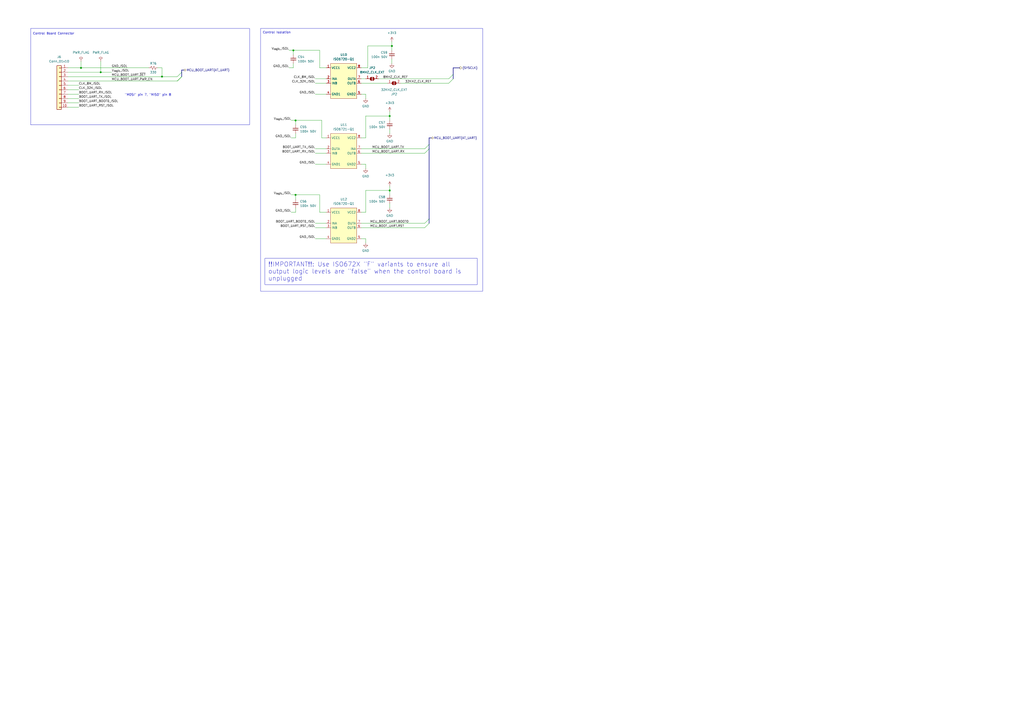
<source format=kicad_sch>
(kicad_sch (version 20230121) (generator eeschema)
  (paper "A2")
  (title_block (title "Kicker") (date "2024-05-23") (rev "3.1") (company "The A-Team (RC SSL)") (comment 1 "W. Stuckey"))
  (lib_symbols
    (symbol "AT-IC:ISO6720-Q1"
      (property "Reference" "U" (at 0 -11.43 0))
      (property "Value" "ISO6720-Q1" (at 0 11.43 0))
      (symbol "ISO6720-Q1_1_1"
        (rectangle (start -7.62 10.16) (end 7.62 -10.16) (fill (type background)))
        (pin power_in line (at -10.16 7.62 0) (length 2.54) (name "VCC1") (number "1"))
        (pin input line (at -10.16 1.27 0) (length 2.54) (name "INA") (number "2"))
        (pin input line (at -10.16 -1.27 0) (length 2.54) (name "INB") (number "3"))
        (pin power_in line (at -10.16 -7.62 0) (length 2.54) (name "GND1") (number "4"))
        (pin power_in line (at 10.16 -7.62 180) (length 2.54) (name "GND2") (number "5"))
        (pin output line (at 10.16 -1.27 180) (length 2.54) (name "OUTB") (number "6"))
        (pin output line (at 10.16 1.27 180) (length 2.54) (name "OUTA") (number "7"))
        (pin power_in line (at 10.16 7.62 180) (length 2.54) (name "VCC2") (number "8"))
      )
    )
    (symbol "AT-IC:ISO6721-Q1"
      (property "Reference" "U" (at 0 -11.43 0))
      (property "Value" "ISO6721-Q1" (at 0 11.43 0))
      (symbol "ISO6721-Q1_1_1"
        (rectangle (start -7.62 10.16) (end 7.62 -10.16) (fill (type background)))
        (pin power_in line (at -10.16 7.62 0) (length 2.54) (name "VCC1") (number "1"))
        (pin output line (at -10.16 1.27 0) (length 2.54) (name "OUTA") (number "2"))
        (pin input line (at -10.16 -1.27 0) (length 2.54) (name "INB") (number "3"))
        (pin power_in line (at -10.16 -7.62 0) (length 2.54) (name "GND1") (number "4"))
        (pin power_in line (at 10.16 -7.62 180) (length 2.54) (name "GND2") (number "5"))
        (pin output line (at 10.16 -1.27 180) (length 2.54) (name "OUTB") (number "6"))
        (pin input line (at 10.16 1.27 180) (length 2.54) (name "INA") (number "7"))
        (pin power_in line (at 10.16 7.62 180) (length 2.54) (name "VCC2") (number "8"))
      )
    )
    (symbol "Connector_Generic:Conn_01x10" (pin_names (offset 1.016) hide)
      (property "Reference" "J" (at 0 12.7 0))
      (property "Value" "Conn_01x10" (at 0 -15.24 0))
      (symbol "Conn_01x10_1_1"
        (rectangle (start -1.27 -12.573) (end 0 -12.827) (stroke (width 0.1524)))
        (rectangle (start -1.27 -10.033) (end 0 -10.287) (stroke (width 0.1524)))
        (rectangle (start -1.27 -7.493) (end 0 -7.747) (stroke (width 0.1524)))
        (rectangle (start -1.27 -4.953) (end 0 -5.207) (stroke (width 0.1524)))
        (rectangle (start -1.27 -2.413) (end 0 -2.667) (stroke (width 0.1524)))
        (rectangle (start -1.27 0.127) (end 0 -0.127) (stroke (width 0.1524)))
        (rectangle (start -1.27 2.667) (end 0 2.413) (stroke (width 0.1524)))
        (rectangle (start -1.27 5.207) (end 0 4.953) (stroke (width 0.1524)))
        (rectangle (start -1.27 7.747) (end 0 7.493) (stroke (width 0.1524)))
        (rectangle (start -1.27 10.287) (end 0 10.033) (stroke (width 0.1524)))
        (rectangle (start -1.27 11.43) (end 1.27 -13.97) (stroke (width 0.254)) (fill (type background)))
        (pin passive line (at -5.08 10.16 0) (length 3.81) (name "Pin_1") (number "1"))
        (pin passive line (at -5.08 -12.7 0) (length 3.81) (name "Pin_10") (number "10"))
        (pin passive line (at -5.08 7.62 0) (length 3.81) (name "Pin_2") (number "2"))
        (pin passive line (at -5.08 5.08 0) (length 3.81) (name "Pin_3") (number "3"))
        (pin passive line (at -5.08 2.54 0) (length 3.81) (name "Pin_4") (number "4"))
        (pin passive line (at -5.08 0 0) (length 3.81) (name "Pin_5") (number "5"))
        (pin passive line (at -5.08 -2.54 0) (length 3.81) (name "Pin_6") (number "6"))
        (pin passive line (at -5.08 -5.08 0) (length 3.81) (name "Pin_7") (number "7"))
        (pin passive line (at -5.08 -7.62 0) (length 3.81) (name "Pin_8") (number "8"))
        (pin passive line (at -5.08 -10.16 0) (length 3.81) (name "Pin_9") (number "9"))
      )
    )
    (symbol "Device:C_Small" (pin_numbers hide) (pin_names (offset 0.254) hide)
      (property "Reference" "C" (at 0.254 1.778 0))
      (property "Value" "C_Small" (at 0.254 -2.032 0))
      (symbol "C_Small_0_1"
        (polyline (pts (xy -1.524 -0.508) (xy 1.524 -0.508)) (stroke (width 0.3302)))
        (polyline (pts (xy -1.524 0.508) (xy 1.524 0.508)) (stroke (width 0.3048)))
      )
      (symbol "C_Small_1_1"
        (pin passive line (at 0 2.54 270) (length 2.032) (name "~") (number "1"))
        (pin passive line (at 0 -2.54 90) (length 2.032) (name "~") (number "2"))
      )
    )
    (symbol "Device:R_Small_US" (pin_numbers hide) (pin_names (offset 0.254) hide)
      (property "Reference" "R" (at 0.762 0.508 0))
      (property "Value" "R_Small_US" (at 0.762 -1.016 0))
      (symbol "R_Small_US_1_1"
        (polyline (pts (xy 0 0) (xy 1.016 -0.381) (xy 0 -0.762) (xy -1.016 -1.143) (xy 0 -1.524)))
        (polyline (pts (xy 0 1.524) (xy 1.016 1.143) (xy 0 0.762) (xy -1.016 0.381) (xy 0 0)))
        (pin passive line (at 0 2.54 270) (length 1.016) (name "~") (number "1"))
        (pin passive line (at 0 -2.54 90) (length 1.016) (name "~") (number "2"))
      )
    )
    (symbol "Jumper:SolderJumper_2_Open" (pin_names (offset 0) hide)
      (property "Reference" "JP" (at 0 2.032 0))
      (property "Value" "SolderJumper_2_Open" (at 0 -2.54 0))
      (symbol "SolderJumper_2_Open_0_1"
        (arc (start -0.254 1.016) (mid -1.2656 0) (end -0.254 -1.016))
        (arc (start -0.254 1.016) (mid -1.2656 0) (end -0.254 -1.016) (fill (type outline)))
        (polyline (pts (xy -0.254 1.016) (xy -0.254 -1.016)))
        (polyline (pts (xy 0.254 1.016) (xy 0.254 -1.016)))
        (arc (start 0.254 -1.016) (mid 1.2656 0) (end 0.254 1.016))
        (arc (start 0.254 -1.016) (mid 1.2656 0) (end 0.254 1.016) (fill (type outline)))
      )
      (symbol "SolderJumper_2_Open_1_1"
        (pin passive line (at -3.81 0 0) (length 2.54) (name "A") (number "1"))
        (pin passive line (at 3.81 0 180) (length 2.54) (name "B") (number "2"))
      )
    )
    (symbol "power:+3V3" (power) (pin_names (offset 0))
      (property "Value" "+3V3" (at 0 3.556 0))
      (symbol "+3V3_0_1"
        (polyline (pts (xy -0.762 1.27) (xy 0 2.54)))
        (polyline (pts (xy 0 0) (xy 0 2.54)))
        (polyline (pts (xy 0 2.54) (xy 0.762 1.27)))
      )
      (symbol "+3V3_1_1"
        (pin power_in line (at 0 0 90) (length 0) hide (name "+3V3") (number "1"))
      )
    )
    (symbol "power:GND" (power) (pin_names (offset 0))
      (property "Value" "GND" (at 0 -3.81 0))
      (symbol "GND_0_1"
        (polyline (pts (xy 0 0) (xy 0 -1.27) (xy 1.27 -1.27) (xy 0 -2.54) (xy -1.27 -1.27) (xy 0 -1.27)))
      )
      (symbol "GND_1_1"
        (pin power_in line (at 0 0 270) (length 0) hide (name "GND") (number "1"))
      )
    )
    (symbol "power:PWR_FLAG" (power) (pin_numbers hide) (pin_names (offset 0) hide)
      (property "Value" "PWR_FLAG" (at 0 3.81 0))
      (symbol "PWR_FLAG_0_0"
        (pin power_out line (at 0 0 90) (length 0) (name "pwr") (number "1"))
      )
      (symbol "PWR_FLAG_0_1"
        (polyline (pts (xy 0 0) (xy 0 1.27) (xy -1.016 1.905) (xy 0 2.54) (xy 1.016 1.905) (xy 0 1.27)))
      )
    )
  )
  (junction (at 226.06 110.49))
  (junction (at 170.18 29.21))
  (junction (at 227.33 26.67))
  (junction (at 226.06 67.31))
  (junction (at 93.98 44.45))
  (junction (at 58.42 41.91))
  (junction (at 46.99 39.37))
  (junction (at 171.45 69.85))
  (junction (at 171.45 113.03))
  (bus_entry (at 248.92 127) (size -2.54 2.54))
  (bus_entry (at 105.41 41.91) (size -2.54 2.54))
  (bus_entry (at 248.92 129.54) (size -2.54 2.54))
  (bus_entry (at 248.92 83.82) (size -2.54 2.54))
  (bus_entry (at 248.92 86.36) (size -2.54 2.54))
  (bus_entry (at 262.89 43.18) (size -2.54 2.54))
  (bus_entry (at 105.41 44.45) (size -2.54 2.54))
  (bus_entry (at 105.41 44.45) (size -2.54 2.54))
  (bus_entry (at 262.89 45.72) (size -2.54 2.54))
  (wire (pts (xy 93.98 44.45) (xy 102.87 44.45)))
  (wire (pts (xy 209.55 95.25) (xy 212.09 95.25)))
  (wire (pts (xy 39.37 59.69) (xy 45.72 59.69)))
  (wire (pts (xy 58.42 35.56) (xy 58.42 41.91)))
  (wire (pts (xy 209.55 129.54) (xy 246.38 129.54)))
  (wire (pts (xy 170.18 39.37) (xy 170.18 36.83)))
  (wire (pts (xy 212.09 123.19) (xy 212.09 110.49)))
  (wire (pts (xy 186.69 80.01) (xy 186.69 69.85)))
  (wire (pts (xy 39.37 46.99) (xy 102.87 46.99)))
  (wire (pts (xy 167.64 29.21) (xy 170.18 29.21)))
  (wire (pts (xy 209.55 48.26) (xy 224.79 48.26)))
  (wire (pts (xy 226.06 110.49) (xy 226.06 113.03)))
  (wire (pts (xy 209.55 86.36) (xy 246.38 86.36)))
  (wire (pts (xy 168.91 69.85) (xy 171.45 69.85)))
  (wire (pts (xy 170.18 29.21) (xy 170.18 31.75)))
  (wire (pts (xy 189.23 88.9) (xy 182.88 88.9)))
  (wire (pts (xy 168.91 113.03) (xy 171.45 113.03)))
  (wire (pts (xy 189.23 45.72) (xy 182.88 45.72)))
  (wire (pts (xy 46.99 39.37) (xy 86.36 39.37)))
  (wire (pts (xy 189.23 80.01) (xy 186.69 80.01)))
  (wire (pts (xy 171.45 123.19) (xy 171.45 120.65)))
  (bus (pts (xy 250.19 80.01) (xy 248.92 80.01)))
  (bus (pts (xy 262.89 39.37) (xy 262.89 43.18)))
  (wire (pts (xy 182.88 138.43) (xy 189.23 138.43)))
  (wire (pts (xy 39.37 44.45) (xy 93.98 44.45)))
  (wire (pts (xy 39.37 39.37) (xy 46.99 39.37)))
  (wire (pts (xy 91.44 39.37) (xy 93.98 39.37)))
  (wire (pts (xy 58.42 41.91) (xy 64.77 41.91)))
  (bus (pts (xy 106.68 40.64) (xy 105.41 40.64)))
  (wire (pts (xy 209.55 123.19) (xy 212.09 123.19)))
  (wire (pts (xy 189.23 123.19) (xy 185.42 123.19)))
  (wire (pts (xy 212.09 110.49) (xy 226.06 110.49)))
  (wire (pts (xy 171.45 80.01) (xy 171.45 77.47)))
  (wire (pts (xy 212.09 138.43) (xy 212.09 140.97)))
  (bus (pts (xy 248.92 86.36) (xy 248.92 127)))
  (bus (pts (xy 105.41 41.91) (xy 105.41 44.45)))
  (wire (pts (xy 189.23 39.37) (xy 185.42 39.37)))
  (wire (pts (xy 227.33 36.83) (xy 227.33 34.29)))
  (wire (pts (xy 209.55 138.43) (xy 212.09 138.43)))
  (wire (pts (xy 182.88 95.25) (xy 189.23 95.25)))
  (bus (pts (xy 266.7 39.37) (xy 262.89 39.37)))
  (wire (pts (xy 226.06 77.47) (xy 226.06 74.93)))
  (wire (pts (xy 185.42 113.03) (xy 171.45 113.03)))
  (wire (pts (xy 167.64 39.37) (xy 170.18 39.37)))
  (bus (pts (xy 248.92 127) (xy 248.92 129.54)))
  (wire (pts (xy 186.69 69.85) (xy 171.45 69.85)))
  (wire (pts (xy 39.37 52.07) (xy 45.72 52.07)))
  (wire (pts (xy 189.23 132.08) (xy 182.88 132.08)))
  (wire (pts (xy 93.98 39.37) (xy 93.98 44.45)))
  (bus (pts (xy 105.41 40.64) (xy 105.41 41.91)))
  (wire (pts (xy 171.45 69.85) (xy 171.45 72.39)))
  (wire (pts (xy 212.09 95.25) (xy 212.09 97.79)))
  (wire (pts (xy 209.55 88.9) (xy 246.38 88.9)))
  (wire (pts (xy 209.55 80.01) (xy 212.09 80.01)))
  (wire (pts (xy 227.33 26.67) (xy 227.33 29.21)))
  (wire (pts (xy 209.55 39.37) (xy 213.36 39.37)))
  (wire (pts (xy 213.36 39.37) (xy 213.36 26.67)))
  (wire (pts (xy 227.33 24.13) (xy 227.33 26.67)))
  (wire (pts (xy 212.09 67.31) (xy 226.06 67.31)))
  (wire (pts (xy 212.09 54.61) (xy 209.55 54.61)))
  (wire (pts (xy 212.09 54.61) (xy 212.09 57.15)))
  (wire (pts (xy 39.37 54.61) (xy 45.72 54.61)))
  (wire (pts (xy 185.42 39.37) (xy 185.42 29.21)))
  (wire (pts (xy 189.23 129.54) (xy 182.88 129.54)))
  (wire (pts (xy 168.91 123.19) (xy 171.45 123.19)))
  (wire (pts (xy 39.37 49.53) (xy 45.72 49.53)))
  (wire (pts (xy 39.37 62.23) (xy 45.72 62.23)))
  (wire (pts (xy 185.42 123.19) (xy 185.42 113.03)))
  (bus (pts (xy 248.92 80.01) (xy 248.92 83.82)))
  (wire (pts (xy 39.37 57.15) (xy 45.72 57.15)))
  (bus (pts (xy 262.89 43.18) (xy 262.89 45.72)))
  (wire (pts (xy 226.06 64.77) (xy 226.06 67.31)))
  (wire (pts (xy 185.42 29.21) (xy 170.18 29.21)))
  (wire (pts (xy 219.71 45.72) (xy 260.35 45.72)))
  (wire (pts (xy 209.55 132.08) (xy 246.38 132.08)))
  (wire (pts (xy 46.99 35.56) (xy 46.99 39.37)))
  (wire (pts (xy 232.41 48.26) (xy 260.35 48.26)))
  (wire (pts (xy 182.88 54.61) (xy 189.23 54.61)))
  (wire (pts (xy 189.23 48.26) (xy 182.88 48.26)))
  (wire (pts (xy 226.06 120.65) (xy 226.06 118.11)))
  (wire (pts (xy 171.45 113.03) (xy 171.45 115.57)))
  (wire (pts (xy 226.06 67.31) (xy 226.06 69.85)))
  (wire (pts (xy 213.36 26.67) (xy 227.33 26.67)))
  (wire (pts (xy 209.55 45.72) (xy 212.09 45.72)))
  (wire (pts (xy 168.91 80.01) (xy 171.45 80.01)))
  (wire (pts (xy 39.37 41.91) (xy 58.42 41.91)))
  (bus (pts (xy 248.92 83.82) (xy 248.92 86.36)))
  (wire (pts (xy 212.09 80.01) (xy 212.09 67.31)))
  (wire (pts (xy 189.23 86.36) (xy 182.88 86.36)))
  (wire (pts (xy 226.06 107.95) (xy 226.06 110.49)))
  (rectangle (start 151.13 16.51) (end 280.035 168.91))
  (rectangle (start 17.78 16.51) (end 144.78 72.39))
  (text_box "!!IMPORTANT!!: Use ISO672X \"F\" variants to ensure all output logic levels are \"false\" when the control board is unplugged" (at 153.67 149.86 0) (size 123.19 15.24) (effects (font (size 2.54 2.54)) (justify left top)))
  (text "\"MOSI\" pin 7, \"MISO\" pin 8" (at 72.39 55.88 0) (effects (font (size 1.27 1.27)) (justify left bottom)))
  (text "Control Board Connector" (at 19.05 20.32 0) (effects (font (size 1.27 1.27)) (justify left bottom)))
  (text "Control Isolation" (at 152.4 19.685 0) (effects (font (size 1.27 1.27)) (justify left bottom)))
  (label "V_{logic}_ISOL" (at 168.91 113.03 180))
  (label "CLK_32K_ISOL" (at 45.72 52.07 0))
  (label "MCU_BOOT_UART.BOOT0" (at 214.63 129.54 0))
  (label "CLK_8M_ISOL" (at 182.88 45.72 180))
  (label "MCU_BOOT_UART.RX" (at 215.9 88.9 0))
  (label "V_{logic}_ISOL" (at 64.77 41.91 0))
  (label "32KHZ_CLK_REF" (at 234.95 48.26 0))
  (label "MCU_BOOT_UART.PWR_EN" (at 64.77 46.99 0))
  (label "MCU_BOOT_UART.~{DET}" (at 64.77 44.45 0))
  (label "V_{logic}_ISOL" (at 167.64 29.21 180))
  (label "BOOT_UART_BOOT0_ISOL" (at 182.88 129.54 180))
  (label "BOOT_UART_RX_ISOL" (at 182.88 88.9 180))
  (label "MCU_BOOT_UART.TX" (at 215.9 86.36 0))
  (label "BOOT_UART_RST_ISOL" (at 45.72 62.23 0))
  (label "GND_ISOL" (at 64.77 39.37 0))
  (label "8MHZ_CLK_REF" (at 222.25 45.72 0))
  (label "BOOT_UART_TX_ISOL" (at 182.88 86.36 180))
  (label "GND_ISOL" (at 182.88 95.25 180))
  (label "BOOT_UART_RST_ISOL" (at 182.88 132.08 180))
  (label "CLK_32K_ISOL" (at 182.88 48.26 180))
  (label "GND_ISOL" (at 167.64 39.37 180))
  (label "V_{logic}_ISOL" (at 168.91 69.85 180))
  (label "BOOT_UART_TX_ISOL" (at 45.72 57.15 0))
  (label "BOOT_UART_RX_ISOL" (at 45.72 54.61 0))
  (label "BOOT_UART_BOOT0_ISOL" (at 45.72 59.69 0))
  (label "CLK_8M_ISOL" (at 45.72 49.53 0))
  (label "MCU_BOOT_UART.RST" (at 214.63 132.08 0))
  (label "GND_ISOL" (at 182.88 54.61 180))
  (label "GND_ISOL" (at 168.91 80.01 180))
  (label "GND_ISOL" (at 168.91 123.19 180))
  (label "GND_ISOL" (at 182.88 138.43 180))
  (hierarchical_label "MCU_BOOT_UART{AT_UART}" (shape bidirectional) (at 106.68 40.64 0))
  (hierarchical_label "{SYSCLK}" (shape output) (at 266.7 39.37 0))
  (hierarchical_label "MCU_BOOT_UART{AT_UART}" (shape bidirectional) (at 250.19 80.01 0))
  (symbol (lib_id "Device:C_Small") (at 171.45 74.93 0) (unit 1)
    (property "Reference" "C55" (at 173.99 73.6663 0) (effects (justify left)))
    (property "Value" "100n 50V" (at 173.99 76.2063 0) (effects (justify left)))
    (property "Footprint" "Capacitor_SMD:C_0402_1005Metric" (effects hide))
  )
  (symbol (lib_id "Jumper:SolderJumper_2_Open") (at 215.9 45.72 0) (mirror x) (unit 1)
    (property "Reference" "JP2" (at 215.9 39.37 0))
    (property "Value" "8MHZ_CLK_EXT" (at 215.9 41.91 0))
    (property "Footprint" "AT-BoardFeatures:SolderJumper-2_2.0x1.2mm_Closed" (effects hide))
    (instances (project "kicker" (path "" (reference "JP2") (unit 1)) (path "" (reference "JP12") (unit 1))))
  )
  (symbol (lib_id "Jumper:SolderJumper_2_Open") (at 228.6 48.26 0) (unit 1)
    (property "Reference" "JP2" (at 228.6 54.61 0))
    (property "Value" "32KHZ_CLK_EXT" (at 228.6 52.07 0))
    (property "Footprint" "AT-BoardFeatures:SolderJumper-2_2.0x1.2mm_Closed" (effects hide))
    (instances (project "kicker" (path "" (reference "JP2") (unit 1)) (path "" (reference "JP13") (unit 1))))
  )
  (symbol (lib_id "power:GND") (at 212.09 140.97 0) (unit 1)
    (property "Reference" "#PWR0117" (effects hide))
    (property "Value" "GND" (at 212.09 145.415 0))
  )
  (symbol (lib_id "Device:C_Small") (at 226.06 72.39 0) (mirror y) (unit 1)
    (property "Reference" "C57" (at 223.52 71.1263 0) (effects (justify left)))
    (property "Value" "100n 50V" (at 223.52 73.6663 0) (effects (justify left)))
    (property "Footprint" "Capacitor_SMD:C_0402_1005Metric" (effects hide))
  )
  (symbol (lib_id "Connector_Generic:Conn_01x10") (at 34.29 49.53 0) (mirror y) (unit 1)
    (property "Reference" "J6" (at 34.29 33.02 0))
    (property "Value" "Conn_01x10" (at 34.29 35.56 0))
    (property "Footprint" "Connector_JST:JST_SH_SM10B-SRSS-TB_1x10-1MP_P1.00mm_Horizontal" (effects hide))
  )
  (symbol (lib_id "Device:C_Small") (at 171.45 118.11 0) (unit 1)
    (property "Reference" "C56" (at 173.99 116.8463 0) (effects (justify left)))
    (property "Value" "100n 50V" (at 173.99 119.3863 0) (effects (justify left)))
    (property "Footprint" "Capacitor_SMD:C_0402_1005Metric" (effects hide))
  )
  (symbol (lib_id "power:GND") (at 212.09 97.79 0) (unit 1)
    (property "Reference" "#PWR0116" (effects hide))
    (property "Value" "GND" (at 212.09 102.235 0))
  )
  (symbol (lib_id "power:+3V3") (at 226.06 64.77 0) (unit 1)
    (property "Reference" "#PWR0118" (effects hide))
    (property "Value" "+3V3" (at 226.06 59.69 0))
  )
  (symbol (lib_id "power:+3V3") (at 226.06 107.95 0) (unit 1)
    (property "Reference" "#PWR0120" (effects hide))
    (property "Value" "+3V3" (at 226.06 101.6 0))
  )
  (symbol (lib_id "power:+3V3") (at 227.33 24.13 0) (unit 1)
    (property "Reference" "#PWR0122" (effects hide))
    (property "Value" "+3V3" (at 227.33 19.05 0))
  )
  (symbol (lib_id "power:PWR_FLAG") (at 58.42 35.56 0) (unit 1)
    (property "Reference" "#FLG01" (effects hide))
    (property "Value" "PWR_FLAG" (at 58.42 30.48 0))
    (instances (project "kicker" (path "" (reference "#FLG01") (unit 1)) (path "" (reference "#FLG06") (unit 1)) (path "" (reference "#FLG012") (unit 1))) (project "control" (path "" (reference "#FLG03") (unit 1))))
  )
  (symbol (lib_id "AT-IC:ISO6720-Q1") (at 199.39 46.99 0) (unit 1)
    (property "Reference" "U10" (at 199.39 31.75 0))
    (property "Value" "ISO6720-Q1" (at 199.39 34.29 0))
    (property "Footprint" "AT-IC:ISO672X" (effects hide))
  )
  (symbol (lib_id "power:PWR_FLAG") (at 46.99 35.56 0) (unit 1)
    (property "Reference" "#FLG01" (effects hide))
    (property "Value" "PWR_FLAG" (at 46.99 30.48 0))
    (instances (project "kicker" (path "" (reference "#FLG01") (unit 1)) (path "" (reference "#FLG05") (unit 1)) (path "" (reference "#FLG011") (unit 1))) (project "control" (path "" (reference "#FLG03") (unit 1))))
  )
  (symbol (lib_id "power:GND") (at 226.06 77.47 0) (unit 1)
    (property "Reference" "#PWR0119" (effects hide))
    (property "Value" "GND" (at 226.06 81.915 0))
  )
  (symbol (lib_id "Device:C_Small") (at 226.06 115.57 0) (mirror y) (unit 1)
    (property "Reference" "C58" (at 223.52 114.3063 0) (effects (justify left)))
    (property "Value" "100n 50V" (at 223.52 116.8463 0) (effects (justify left)))
    (property "Footprint" "Capacitor_SMD:C_0402_1005Metric" (effects hide))
  )
  (symbol (lib_id "Device:C_Small") (at 170.18 34.29 0) (unit 1)
    (property "Reference" "C54" (at 172.72 33.0263 0) (effects (justify left)))
    (property "Value" "100n 50V" (at 172.72 35.5663 0) (effects (justify left)))
    (property "Footprint" "Capacitor_SMD:C_0402_1005Metric" (effects hide))
  )
  (symbol (lib_id "Device:C_Small") (at 227.33 31.75 0) (mirror y) (unit 1)
    (property "Reference" "C59" (at 224.79 30.4863 0) (effects (justify left)))
    (property "Value" "100n 50V" (at 224.79 33.0263 0) (effects (justify left)))
    (property "Footprint" "Capacitor_SMD:C_0402_1005Metric" (effects hide))
  )
  (symbol (lib_id "power:GND") (at 227.33 36.83 0) (unit 1)
    (property "Reference" "#PWR0123" (effects hide))
    (property "Value" "GND" (at 227.33 41.275 0))
  )
  (symbol (lib_id "power:GND") (at 212.09 57.15 0) (unit 1)
    (property "Reference" "#PWR0115" (effects hide))
    (property "Value" "GND" (at 212.09 61.595 0))
  )
  (symbol (lib_id "Device:R_Small_US") (at 88.9 39.37 90) (unit 1)
    (property "Reference" "R76" (at 88.9 36.83 90))
    (property "Value" "330" (at 88.9 41.91 90))
    (property "Footprint" "Resistor_SMD:R_0402_1005Metric" (effects hide))
  )
  (symbol (lib_id "AT-IC:ISO6721-Q1") (at 199.39 87.63 0) (unit 1)
    (property "Reference" "U11" (at 199.39 72.39 0))
    (property "Value" "ISO6721-Q1" (at 199.39 74.93 0))
    (property "Footprint" "AT-IC:ISO672X" (effects hide))
  )
  (symbol (lib_id "AT-IC:ISO6720-Q1") (at 199.39 130.81 0) (unit 1)
    (property "Reference" "U12" (at 199.39 115.57 0))
    (property "Value" "ISO6720-Q1" (at 199.39 118.11 0))
    (property "Footprint" "AT-IC:ISO672X" (effects hide))
  )
  (symbol (lib_id "power:GND") (at 226.06 120.65 0) (unit 1)
    (property "Reference" "#PWR0121" (effects hide))
    (property "Value" "GND" (at 226.06 125.095 0))
  )
)
</source>
